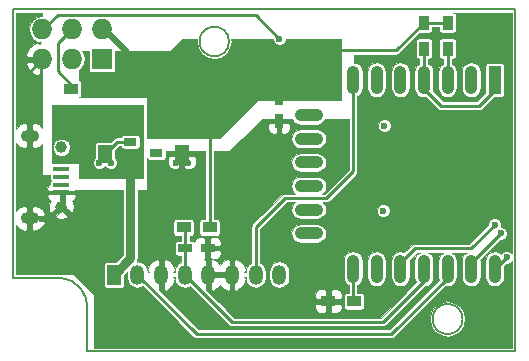
<source format=gtl>
G04 #@! TF.FileFunction,Copper,L1,Top,Signal*
%FSLAX46Y46*%
G04 Gerber Fmt 4.6, Leading zero omitted, Abs format (unit mm)*
G04 Created by KiCad (PCBNEW (2016-01-28 BZR 6518)-product) date Saturday, May 07, 2016 'PMt' 06:41:03 PM*
%MOMM*%
G01*
G04 APERTURE LIST*
%ADD10C,0.100000*%
%ADD11C,0.500000*%
%ADD12C,0.150000*%
%ADD13R,1.250000X1.500000*%
%ADD14R,0.750000X1.200000*%
%ADD15R,1.200000X0.750000*%
%ADD16O,2.400000X1.100000*%
%ADD17R,1.100000X2.400000*%
%ADD18O,1.100000X2.400000*%
%ADD19R,1.060000X0.650000*%
%ADD20R,1.350000X0.400000*%
%ADD21C,1.000000*%
%ADD22O,1.550000X1.000000*%
%ADD23R,1.727200X1.727200*%
%ADD24O,1.727200X1.727200*%
%ADD25R,1.200000X0.900000*%
%ADD26R,0.900000X1.200000*%
%ADD27R,1.198880X1.699260*%
%ADD28O,1.198880X1.699260*%
%ADD29C,0.600000*%
%ADD30C,0.250000*%
%ADD31C,0.750000*%
G04 APERTURE END LIST*
D10*
D11*
X100975000Y-67750000D02*
X101800000Y-67750000D01*
D12*
X101775000Y-60575000D02*
X101775000Y-60550000D01*
D11*
X100950000Y-60750000D02*
X101775000Y-60750000D01*
D12*
X101875000Y-60775000D02*
X101875000Y-60700000D01*
X100800000Y-60900000D02*
X100800000Y-60700000D01*
X101900000Y-60600000D02*
X101900000Y-60900000D01*
X142500000Y-79000000D02*
X106250000Y-79000000D01*
X100000000Y-50000000D02*
X142250000Y-50000000D01*
X142500000Y-50000000D02*
X100000000Y-50000000D01*
X142500000Y-50500000D02*
X142500000Y-50000000D01*
X138024755Y-76250000D02*
G75*
G03X138024755Y-76250000I-1274755J0D01*
G01*
X118250000Y-52750000D02*
G75*
G03X118250000Y-52750000I-1250000J0D01*
G01*
X100000000Y-72750000D02*
X100250000Y-72750000D01*
X100000000Y-50000000D02*
X100000000Y-72750000D01*
X106250000Y-75500000D02*
X106250000Y-79000000D01*
X100000000Y-72750000D02*
X102750000Y-72750000D01*
X104000000Y-72750000D02*
X100000000Y-72750000D01*
X106250000Y-75500000D02*
G75*
G03X104000000Y-72750000I-2500000J250000D01*
G01*
X100000000Y-50500000D02*
X100000000Y-50000000D01*
X142500000Y-79000000D02*
X142500000Y-50500000D01*
D13*
X107750000Y-62250000D03*
X107750000Y-59750000D03*
X114250000Y-62250000D03*
X114250000Y-59750000D03*
D14*
X122500000Y-59450000D03*
X122500000Y-57550000D03*
D15*
X116450000Y-70250000D03*
X114550000Y-70250000D03*
D16*
X125000000Y-58990000D03*
X125000000Y-60990000D03*
X125000000Y-62990000D03*
X125000000Y-64990000D03*
X125000000Y-66990000D03*
X125000000Y-68990000D03*
D17*
X140750000Y-56000000D03*
D18*
X138750000Y-56000000D03*
X136750000Y-56000000D03*
X134750000Y-56000000D03*
X132750000Y-56000000D03*
X130750000Y-56000000D03*
X128750000Y-56000000D03*
X126750000Y-56000000D03*
X126750000Y-72000000D03*
X128750000Y-72000000D03*
X130750000Y-72000000D03*
X132750000Y-72000000D03*
X134750000Y-72000000D03*
X136750000Y-72000000D03*
X138750000Y-72000000D03*
X140750000Y-72000000D03*
D19*
X109900000Y-60300000D03*
X109900000Y-61250000D03*
X109900000Y-62200000D03*
X112100000Y-62200000D03*
X112100000Y-60300000D03*
D20*
X104062540Y-62924100D03*
X104062540Y-63574100D03*
X104062540Y-64224100D03*
X104062540Y-64874100D03*
X104062540Y-65524100D03*
D21*
X104062540Y-61724100D03*
X104062540Y-66724100D03*
D22*
X101362540Y-60724100D03*
X101362540Y-67724100D03*
D23*
X107500000Y-54250000D03*
D24*
X107500000Y-51710000D03*
X104960000Y-54250000D03*
X104960000Y-51710000D03*
X102420000Y-54250000D03*
X102420000Y-51710000D03*
D25*
X107100000Y-56750000D03*
X104900000Y-56750000D03*
D26*
X134750000Y-51150000D03*
X134750000Y-53350000D03*
D25*
X128850000Y-74750000D03*
X126650000Y-74750000D03*
D26*
X136750000Y-51150000D03*
X136750000Y-53350000D03*
D25*
X116600000Y-68500000D03*
X114400000Y-68500000D03*
D27*
X108499760Y-72500000D03*
D28*
X110498740Y-72500000D03*
X112500260Y-72500000D03*
X114499240Y-72500000D03*
X116500760Y-72500000D03*
X118499740Y-72500000D03*
X120501260Y-72500000D03*
X122500240Y-72500000D03*
D29*
X131300000Y-67100000D03*
X131400000Y-59900000D03*
X109900000Y-61250000D03*
X122500000Y-59450000D03*
X107250000Y-63000000D03*
X108250000Y-63000000D03*
X107750000Y-62250000D03*
X114250000Y-62250000D03*
X113750000Y-63000000D03*
X114750000Y-63000000D03*
X127250000Y-70750000D03*
X126250000Y-70750000D03*
X134750000Y-53350000D03*
X122500000Y-52500000D03*
X140750000Y-68250000D03*
X105000000Y-56750000D03*
X141250000Y-69000000D03*
X141750000Y-71000000D03*
D30*
X104062540Y-65524100D02*
X104124100Y-65524100D01*
X104124100Y-65524100D02*
X104300000Y-65700000D01*
X104300000Y-65700000D02*
X104300000Y-66486640D01*
X104300000Y-66486640D02*
X104062540Y-66724100D01*
X102420000Y-54250000D02*
X101362540Y-55307460D01*
X101362540Y-55307460D02*
X101362540Y-60724100D01*
X101362540Y-67724100D02*
X103075900Y-67724100D01*
X103075900Y-67724100D02*
X104062540Y-66737460D01*
X104062540Y-66737460D02*
X104062540Y-66724100D01*
X101362540Y-60724100D02*
X101362540Y-55307460D01*
X104062540Y-65549100D02*
X104062540Y-66749100D01*
X107750000Y-62250000D02*
X107750000Y-62500000D01*
X108250000Y-63000000D02*
X107750000Y-62500000D01*
X107750000Y-62500000D02*
X107750000Y-62250000D01*
X107750000Y-62250000D02*
X107750000Y-62500000D01*
X107750000Y-62250000D02*
X107750000Y-62500000D01*
X107750000Y-62250000D02*
X107750000Y-62500000D01*
X107750000Y-62250000D02*
X107750000Y-62500000D01*
X114250000Y-62250000D02*
X114250000Y-62500000D01*
X114250000Y-62500000D02*
X113750000Y-63000000D01*
X114250000Y-62500000D02*
X114750000Y-63000000D01*
X126750000Y-72000000D02*
X126750000Y-71250000D01*
X126750000Y-71250000D02*
X127250000Y-70750000D01*
X126750000Y-71250000D02*
X126250000Y-70750000D01*
X107750000Y-62250000D02*
X107750000Y-62500000D01*
X109900000Y-61250000D02*
X108750000Y-61250000D01*
X108750000Y-61250000D02*
X107750000Y-62250000D01*
D31*
X109900000Y-62200000D02*
X109900000Y-71099760D01*
X109900000Y-71099760D02*
X108499760Y-72500000D01*
D30*
X104062540Y-62949100D02*
X104550900Y-62949100D01*
X104550900Y-62949100D02*
X107750000Y-59750000D01*
D31*
X109900000Y-60300000D02*
X108300000Y-60300000D01*
D30*
X108300000Y-60300000D02*
X107750000Y-59750000D01*
X107500000Y-51710000D02*
X107810000Y-51710000D01*
X107810000Y-51710000D02*
X109700000Y-53600000D01*
X107500000Y-51710000D02*
X107500000Y-51750000D01*
X107500000Y-51750000D02*
X109500000Y-53750000D01*
X116600000Y-68500000D02*
X116600000Y-60900000D01*
X116600000Y-60900000D02*
X117000000Y-60500000D01*
X136750000Y-51150000D02*
X134750000Y-51150000D01*
X134750000Y-51150000D02*
X132400000Y-53500000D01*
X132400000Y-53500000D02*
X126800000Y-53500000D01*
X126800000Y-53500000D02*
X126750000Y-53550000D01*
X126750000Y-53550000D02*
X126750000Y-56000000D01*
X139400000Y-58200000D02*
X138000000Y-58200000D01*
X140750000Y-56000000D02*
X140750000Y-56850000D01*
X140750000Y-56850000D02*
X139400000Y-58200000D01*
X138000000Y-58200000D02*
X136200000Y-58200000D01*
X136200000Y-58200000D02*
X134750000Y-56750000D01*
X134750000Y-56750000D02*
X134750000Y-56000000D01*
X134750000Y-56000000D02*
X134750000Y-53350000D01*
X103750000Y-50500000D02*
X102540000Y-51710000D01*
X120500000Y-50500000D02*
X103750000Y-50500000D01*
X122500000Y-52500000D02*
X120500000Y-50500000D01*
X102540000Y-51710000D02*
X102420000Y-51710000D01*
X136750000Y-56000000D02*
X136750000Y-53350000D01*
X120501260Y-72500000D02*
X120501260Y-68498740D01*
X128750000Y-63750000D02*
X128750000Y-56000000D01*
X126500000Y-66000000D02*
X128750000Y-63750000D01*
X123000000Y-66000000D02*
X126500000Y-66000000D01*
X120501260Y-68498740D02*
X123000000Y-66000000D01*
X128750000Y-72000000D02*
X128750000Y-74650000D01*
X128750000Y-74650000D02*
X128850000Y-74750000D01*
X104900000Y-56750000D02*
X104900000Y-56400000D01*
X104900000Y-56400000D02*
X103750000Y-55250000D01*
X103750000Y-52920000D02*
X104960000Y-51710000D01*
X103750000Y-55250000D02*
X103750000Y-52920000D01*
X138750000Y-70250000D02*
X140750000Y-68250000D01*
X134000000Y-70250000D02*
X138750000Y-70250000D01*
X132750000Y-71500000D02*
X134000000Y-70250000D01*
X105000000Y-56750000D02*
X104900000Y-56750000D01*
X132750000Y-72000000D02*
X132750000Y-71500000D01*
X114550000Y-70250000D02*
X114550000Y-68650000D01*
X114550000Y-68650000D02*
X114400000Y-68500000D01*
X114550000Y-70250000D02*
X114550000Y-72449240D01*
X114550000Y-72449240D02*
X114499240Y-72500000D01*
X134750000Y-72000000D02*
X134750000Y-73000000D01*
X134750000Y-73000000D02*
X131250000Y-76500000D01*
X131250000Y-76500000D02*
X118499240Y-76500000D01*
X118499240Y-76500000D02*
X114550000Y-72550760D01*
X114550000Y-72550760D02*
X114550000Y-68650000D01*
X114550000Y-68650000D02*
X114400000Y-68500000D01*
X136750000Y-72000000D02*
X136750000Y-72750000D01*
X136750000Y-72750000D02*
X132000000Y-77500000D01*
X132000000Y-77500000D02*
X115498740Y-77500000D01*
X115498740Y-77500000D02*
X110498740Y-72500000D01*
X138750000Y-71500000D02*
X141250000Y-69000000D01*
X138750000Y-72000000D02*
X138750000Y-71500000D01*
X140750000Y-72000000D02*
X141750000Y-71000000D01*
D10*
G36*
X115525000Y-52750000D02*
X115637278Y-53314458D01*
X115957017Y-53792983D01*
X116435542Y-54112722D01*
X117000000Y-54225000D01*
X117564458Y-54112722D01*
X118042983Y-53792983D01*
X118362722Y-53314458D01*
X118475000Y-52750000D01*
X118435217Y-52550000D01*
X121949956Y-52550000D01*
X121949905Y-52608922D01*
X122033461Y-52811143D01*
X122188043Y-52965995D01*
X122390118Y-53049904D01*
X122608922Y-53050095D01*
X122811143Y-52966539D01*
X122965995Y-52811957D01*
X123049904Y-52609882D01*
X123049956Y-52550000D01*
X127700000Y-52550000D01*
X127700000Y-57700000D01*
X120750000Y-57700000D01*
X120730866Y-57703806D01*
X120714645Y-57714645D01*
X117479290Y-60950000D01*
X111300000Y-60950000D01*
X111300000Y-57500000D01*
X111296194Y-57480866D01*
X111285355Y-57464645D01*
X111269134Y-57453806D01*
X111250000Y-57450000D01*
X105550000Y-57450000D01*
X105550000Y-57444951D01*
X105597545Y-57435494D01*
X105680239Y-57380239D01*
X105735494Y-57297545D01*
X105754897Y-57200000D01*
X105754897Y-56300000D01*
X105735494Y-56202455D01*
X105680239Y-56119761D01*
X105597545Y-56064506D01*
X105550000Y-56055049D01*
X105550000Y-55191172D01*
X105747434Y-55059251D01*
X105988832Y-54697973D01*
X106073600Y-54271817D01*
X106073600Y-54228183D01*
X105988832Y-53802027D01*
X105820433Y-53550000D01*
X106381503Y-53550000D01*
X106381503Y-55113600D01*
X106400906Y-55211145D01*
X106456161Y-55293839D01*
X106538855Y-55349094D01*
X106636400Y-55368497D01*
X108363600Y-55368497D01*
X108461145Y-55349094D01*
X108543839Y-55293839D01*
X108599094Y-55211145D01*
X108618497Y-55113600D01*
X108618497Y-53550000D01*
X113250000Y-53550000D01*
X113269134Y-53546194D01*
X113285355Y-53535355D01*
X114270710Y-52550000D01*
X115564783Y-52550000D01*
X115525000Y-52750000D01*
X115525000Y-52750000D01*
G37*
X115525000Y-52750000D02*
X115637278Y-53314458D01*
X115957017Y-53792983D01*
X116435542Y-54112722D01*
X117000000Y-54225000D01*
X117564458Y-54112722D01*
X118042983Y-53792983D01*
X118362722Y-53314458D01*
X118475000Y-52750000D01*
X118435217Y-52550000D01*
X121949956Y-52550000D01*
X121949905Y-52608922D01*
X122033461Y-52811143D01*
X122188043Y-52965995D01*
X122390118Y-53049904D01*
X122608922Y-53050095D01*
X122811143Y-52966539D01*
X122965995Y-52811957D01*
X123049904Y-52609882D01*
X123049956Y-52550000D01*
X127700000Y-52550000D01*
X127700000Y-57700000D01*
X120750000Y-57700000D01*
X120730866Y-57703806D01*
X120714645Y-57714645D01*
X117479290Y-60950000D01*
X111300000Y-60950000D01*
X111300000Y-57500000D01*
X111296194Y-57480866D01*
X111285355Y-57464645D01*
X111269134Y-57453806D01*
X111250000Y-57450000D01*
X105550000Y-57450000D01*
X105550000Y-57444951D01*
X105597545Y-57435494D01*
X105680239Y-57380239D01*
X105735494Y-57297545D01*
X105754897Y-57200000D01*
X105754897Y-56300000D01*
X105735494Y-56202455D01*
X105680239Y-56119761D01*
X105597545Y-56064506D01*
X105550000Y-56055049D01*
X105550000Y-55191172D01*
X105747434Y-55059251D01*
X105988832Y-54697973D01*
X106073600Y-54271817D01*
X106073600Y-54228183D01*
X105988832Y-53802027D01*
X105820433Y-53550000D01*
X106381503Y-53550000D01*
X106381503Y-55113600D01*
X106400906Y-55211145D01*
X106456161Y-55293839D01*
X106538855Y-55349094D01*
X106636400Y-55368497D01*
X108363600Y-55368497D01*
X108461145Y-55349094D01*
X108543839Y-55293839D01*
X108599094Y-55211145D01*
X108618497Y-55113600D01*
X108618497Y-53550000D01*
X113250000Y-53550000D01*
X113269134Y-53546194D01*
X113285355Y-53535355D01*
X114270710Y-52550000D01*
X115564783Y-52550000D01*
X115525000Y-52750000D01*
G36*
X142200000Y-70672289D02*
X142061957Y-70534005D01*
X141859882Y-70450096D01*
X141641078Y-70449905D01*
X141438857Y-70533461D01*
X141284005Y-70688043D01*
X141268826Y-70724598D01*
X141056147Y-70582489D01*
X140750000Y-70521593D01*
X140443853Y-70582489D01*
X140184315Y-70755908D01*
X140010896Y-71015446D01*
X139950000Y-71321593D01*
X139950000Y-72678407D01*
X140010896Y-72984554D01*
X140184315Y-73244092D01*
X140443853Y-73417511D01*
X140750000Y-73478407D01*
X141056147Y-73417511D01*
X141315685Y-73244092D01*
X141489104Y-72984554D01*
X141550000Y-72678407D01*
X141550000Y-71730330D01*
X141730347Y-71549983D01*
X141858922Y-71550095D01*
X142061143Y-71466539D01*
X142200000Y-71327924D01*
X142200000Y-78700000D01*
X106800000Y-78700000D01*
X106800000Y-74250000D01*
X106796194Y-74230866D01*
X106785355Y-74214645D01*
X105035355Y-72464645D01*
X105019134Y-72453806D01*
X105000000Y-72450000D01*
X100225000Y-72450000D01*
X100225000Y-68328692D01*
X100267819Y-68407422D01*
X100591713Y-68669101D01*
X100991092Y-68786912D01*
X101158540Y-68649415D01*
X101158540Y-68150000D01*
X101566540Y-68150000D01*
X101566540Y-68649415D01*
X101733988Y-68786912D01*
X102133367Y-68669101D01*
X102457261Y-68407422D01*
X102630992Y-68087990D01*
X102533099Y-67928100D01*
X102152830Y-67928100D01*
X102169552Y-67903073D01*
X102200000Y-67750000D01*
X102169552Y-67596927D01*
X102118218Y-67520100D01*
X102533099Y-67520100D01*
X102535224Y-67516629D01*
X103558511Y-67516629D01*
X103604961Y-67700969D01*
X104013624Y-67801717D01*
X104429734Y-67738407D01*
X104520119Y-67700969D01*
X104566569Y-67516629D01*
X104062540Y-67012600D01*
X103558511Y-67516629D01*
X102535224Y-67516629D01*
X102630992Y-67360210D01*
X102457261Y-67040778D01*
X102133367Y-66779099D01*
X101733988Y-66661288D01*
X101566540Y-66798785D01*
X101566540Y-67350000D01*
X101158540Y-67350000D01*
X101158540Y-66798785D01*
X100991092Y-66661288D01*
X100591713Y-66779099D01*
X100267819Y-67040778D01*
X100225000Y-67119508D01*
X100225000Y-65763600D01*
X102829540Y-65763600D01*
X102829540Y-65835093D01*
X102914491Y-66040182D01*
X103071458Y-66197150D01*
X103180965Y-66242509D01*
X103085671Y-66266521D01*
X102984923Y-66675184D01*
X103048233Y-67091294D01*
X103085671Y-67181679D01*
X103270011Y-67228129D01*
X103774040Y-66724100D01*
X103759898Y-66709958D01*
X104048398Y-66421458D01*
X104062540Y-66435600D01*
X104076682Y-66421458D01*
X104365182Y-66709958D01*
X104351040Y-66724100D01*
X104855069Y-67228129D01*
X105039409Y-67181679D01*
X105140157Y-66773016D01*
X105076847Y-66356906D01*
X105039409Y-66266521D01*
X104944115Y-66242509D01*
X105053622Y-66197150D01*
X105210589Y-66040182D01*
X105295540Y-65835093D01*
X105295540Y-65763600D01*
X105156040Y-65624100D01*
X104266540Y-65624100D01*
X104266540Y-65684716D01*
X104111456Y-65646483D01*
X103858540Y-65684963D01*
X103858540Y-65624100D01*
X102969040Y-65624100D01*
X102829540Y-65763600D01*
X100225000Y-65763600D01*
X100225000Y-61328692D01*
X100267819Y-61407422D01*
X100591713Y-61669101D01*
X100991092Y-61786912D01*
X101158540Y-61649415D01*
X101158540Y-61150000D01*
X101566540Y-61150000D01*
X101566540Y-61649415D01*
X101733988Y-61786912D01*
X102133367Y-61669101D01*
X102450000Y-61413288D01*
X102450000Y-64000000D01*
X102453806Y-64019134D01*
X102464645Y-64035355D01*
X102480866Y-64046194D01*
X102500000Y-64050000D01*
X103132643Y-64050000D01*
X103132643Y-64424100D01*
X103152046Y-64521645D01*
X103170391Y-64549100D01*
X103152046Y-64576555D01*
X103132643Y-64674100D01*
X103132643Y-64825707D01*
X103071458Y-64851050D01*
X102914491Y-65008018D01*
X102829540Y-65213107D01*
X102829540Y-65284600D01*
X102969040Y-65424100D01*
X103858540Y-65424100D01*
X103858540Y-65328997D01*
X104266540Y-65328997D01*
X104266540Y-65424100D01*
X105156040Y-65424100D01*
X105230140Y-65350000D01*
X109275000Y-65350000D01*
X109275000Y-70840877D01*
X108720403Y-71395473D01*
X107900320Y-71395473D01*
X107802775Y-71414876D01*
X107720081Y-71470131D01*
X107664826Y-71552825D01*
X107645423Y-71650370D01*
X107645423Y-73349630D01*
X107664826Y-73447175D01*
X107720081Y-73529869D01*
X107802775Y-73585124D01*
X107900320Y-73604527D01*
X109099200Y-73604527D01*
X109196745Y-73585124D01*
X109279439Y-73529869D01*
X109334694Y-73447175D01*
X109354097Y-73349630D01*
X109354097Y-72529547D01*
X109649300Y-72234343D01*
X109649300Y-72771733D01*
X109713960Y-73096800D01*
X109898095Y-73372378D01*
X110173673Y-73556513D01*
X110498740Y-73621173D01*
X110823807Y-73556513D01*
X110944367Y-73475957D01*
X115233575Y-77765165D01*
X115355234Y-77846455D01*
X115498740Y-77875000D01*
X132000000Y-77875000D01*
X132143507Y-77846455D01*
X132265165Y-77765165D01*
X133780330Y-76250000D01*
X135250245Y-76250000D01*
X135364407Y-76823931D01*
X135689513Y-77310487D01*
X136176069Y-77635593D01*
X136750000Y-77749755D01*
X137323931Y-77635593D01*
X137810487Y-77310487D01*
X138135593Y-76823931D01*
X138249755Y-76250000D01*
X138135593Y-75676069D01*
X137810487Y-75189513D01*
X137323931Y-74864407D01*
X136750000Y-74750245D01*
X136176069Y-74864407D01*
X135689513Y-75189513D01*
X135364407Y-75676069D01*
X135250245Y-76250000D01*
X133780330Y-76250000D01*
X136584786Y-73445544D01*
X136750000Y-73478407D01*
X137056147Y-73417511D01*
X137315685Y-73244092D01*
X137489104Y-72984554D01*
X137550000Y-72678407D01*
X137550000Y-71321593D01*
X137489104Y-71015446D01*
X137315685Y-70755908D01*
X137119769Y-70625000D01*
X138380231Y-70625000D01*
X138184315Y-70755908D01*
X138010896Y-71015446D01*
X137950000Y-71321593D01*
X137950000Y-72678407D01*
X138010896Y-72984554D01*
X138184315Y-73244092D01*
X138443853Y-73417511D01*
X138750000Y-73478407D01*
X139056147Y-73417511D01*
X139315685Y-73244092D01*
X139489104Y-72984554D01*
X139550000Y-72678407D01*
X139550000Y-71321593D01*
X139534859Y-71245471D01*
X141230347Y-69549983D01*
X141358922Y-69550095D01*
X141561143Y-69466539D01*
X141715995Y-69311957D01*
X141799904Y-69109882D01*
X141800095Y-68891078D01*
X141716539Y-68688857D01*
X141561957Y-68534005D01*
X141359882Y-68450096D01*
X141262479Y-68450011D01*
X141299904Y-68359882D01*
X141300095Y-68141078D01*
X141216539Y-67938857D01*
X141061957Y-67784005D01*
X140859882Y-67700096D01*
X140641078Y-67699905D01*
X140438857Y-67783461D01*
X140284005Y-67938043D01*
X140200096Y-68140118D01*
X140199983Y-68269687D01*
X138594670Y-69875000D01*
X134000000Y-69875000D01*
X133856493Y-69903545D01*
X133734835Y-69984835D01*
X133104723Y-70614947D01*
X133056147Y-70582489D01*
X132750000Y-70521593D01*
X132443853Y-70582489D01*
X132184315Y-70755908D01*
X132010896Y-71015446D01*
X131950000Y-71321593D01*
X131950000Y-72678407D01*
X132010896Y-72984554D01*
X132184315Y-73244092D01*
X132443853Y-73417511D01*
X132750000Y-73478407D01*
X133056147Y-73417511D01*
X133315685Y-73244092D01*
X133489104Y-72984554D01*
X133550000Y-72678407D01*
X133550000Y-71321593D01*
X133534859Y-71245471D01*
X134155330Y-70625000D01*
X134380231Y-70625000D01*
X134184315Y-70755908D01*
X134010896Y-71015446D01*
X133950000Y-71321593D01*
X133950000Y-72678407D01*
X134010896Y-72984554D01*
X134100706Y-73118964D01*
X131094670Y-76125000D01*
X118654570Y-76125000D01*
X117623070Y-75093500D01*
X125492000Y-75093500D01*
X125492000Y-75310993D01*
X125576951Y-75516082D01*
X125733918Y-75673050D01*
X125939007Y-75758000D01*
X126306500Y-75758000D01*
X126446000Y-75618500D01*
X126446000Y-74954000D01*
X126854000Y-74954000D01*
X126854000Y-75618500D01*
X126993500Y-75758000D01*
X127360993Y-75758000D01*
X127566082Y-75673050D01*
X127723049Y-75516082D01*
X127808000Y-75310993D01*
X127808000Y-75093500D01*
X127668500Y-74954000D01*
X126854000Y-74954000D01*
X126446000Y-74954000D01*
X125631500Y-74954000D01*
X125492000Y-75093500D01*
X117623070Y-75093500D01*
X116718577Y-74189007D01*
X125492000Y-74189007D01*
X125492000Y-74406500D01*
X125631500Y-74546000D01*
X126446000Y-74546000D01*
X126446000Y-73881500D01*
X126854000Y-73881500D01*
X126854000Y-74546000D01*
X127668500Y-74546000D01*
X127808000Y-74406500D01*
X127808000Y-74189007D01*
X127723049Y-73983918D01*
X127566082Y-73826950D01*
X127360993Y-73742000D01*
X126993500Y-73742000D01*
X126854000Y-73881500D01*
X126446000Y-73881500D01*
X126306500Y-73742000D01*
X125939007Y-73742000D01*
X125733918Y-73826950D01*
X125576951Y-73983918D01*
X125492000Y-74189007D01*
X116718577Y-74189007D01*
X116284017Y-73754447D01*
X116296760Y-73747479D01*
X116296760Y-72704000D01*
X116704760Y-72704000D01*
X116704760Y-73747479D01*
X116880477Y-73843571D01*
X117220841Y-73662713D01*
X117500250Y-73335250D01*
X117779659Y-73662713D01*
X118120023Y-73843571D01*
X118295740Y-73747479D01*
X118295740Y-72704000D01*
X116704760Y-72704000D01*
X116296760Y-72704000D01*
X116276760Y-72704000D01*
X116276760Y-72296000D01*
X116296760Y-72296000D01*
X116296760Y-71252521D01*
X116128819Y-71160681D01*
X116246000Y-71043500D01*
X116246000Y-70437500D01*
X116654000Y-70437500D01*
X116654000Y-71043500D01*
X116793500Y-71183000D01*
X116831888Y-71183000D01*
X116704760Y-71252521D01*
X116704760Y-72296000D01*
X118295740Y-72296000D01*
X118295740Y-71252521D01*
X118120023Y-71156429D01*
X117779659Y-71337287D01*
X117500250Y-71664750D01*
X117220841Y-71337287D01*
X116930482Y-71183000D01*
X117160993Y-71183000D01*
X117366082Y-71098050D01*
X117523049Y-70941082D01*
X117608000Y-70735993D01*
X117608000Y-70577000D01*
X117468500Y-70437500D01*
X116654000Y-70437500D01*
X116246000Y-70437500D01*
X116226000Y-70437500D01*
X116226000Y-70062500D01*
X116246000Y-70062500D01*
X116246000Y-69456500D01*
X116654000Y-69456500D01*
X116654000Y-70062500D01*
X117468500Y-70062500D01*
X117608000Y-69923000D01*
X117608000Y-69764007D01*
X117523049Y-69558918D01*
X117366082Y-69401950D01*
X117160993Y-69317000D01*
X116793500Y-69317000D01*
X116654000Y-69456500D01*
X116246000Y-69456500D01*
X116106500Y-69317000D01*
X115739007Y-69317000D01*
X115533918Y-69401950D01*
X115376951Y-69558918D01*
X115322754Y-69689760D01*
X115247545Y-69639506D01*
X115150000Y-69620103D01*
X114925000Y-69620103D01*
X114925000Y-69204897D01*
X115000000Y-69204897D01*
X115097545Y-69185494D01*
X115180239Y-69130239D01*
X115235494Y-69047545D01*
X115254897Y-68950000D01*
X115254897Y-68050000D01*
X115235494Y-67952455D01*
X115180239Y-67869761D01*
X115097545Y-67814506D01*
X115000000Y-67795103D01*
X113800000Y-67795103D01*
X113702455Y-67814506D01*
X113619761Y-67869761D01*
X113564506Y-67952455D01*
X113545103Y-68050000D01*
X113545103Y-68950000D01*
X113564506Y-69047545D01*
X113619761Y-69130239D01*
X113702455Y-69185494D01*
X113800000Y-69204897D01*
X114175000Y-69204897D01*
X114175000Y-69620103D01*
X113950000Y-69620103D01*
X113852455Y-69639506D01*
X113769761Y-69694761D01*
X113714506Y-69777455D01*
X113695103Y-69875000D01*
X113695103Y-70625000D01*
X113714506Y-70722545D01*
X113769761Y-70805239D01*
X113852455Y-70860494D01*
X113950000Y-70879897D01*
X114175000Y-70879897D01*
X114175000Y-71443322D01*
X114174173Y-71443487D01*
X113898595Y-71627622D01*
X113714460Y-71903200D01*
X113649800Y-72228267D01*
X113649800Y-72295998D01*
X113522260Y-72295998D01*
X113654685Y-72113733D01*
X113514735Y-71682312D01*
X113220341Y-71337287D01*
X112879977Y-71156429D01*
X112704260Y-71252521D01*
X112704260Y-72296000D01*
X112724260Y-72296000D01*
X112724260Y-72704000D01*
X112704260Y-72704000D01*
X112704260Y-73747479D01*
X112879977Y-73843571D01*
X113220341Y-73662713D01*
X113514735Y-73317688D01*
X113654685Y-72886267D01*
X113522260Y-72704002D01*
X113649800Y-72704002D01*
X113649800Y-72771733D01*
X113714460Y-73096800D01*
X113898595Y-73372378D01*
X114174173Y-73556513D01*
X114499240Y-73621173D01*
X114824307Y-73556513D01*
X114944867Y-73475957D01*
X118234075Y-76765165D01*
X118355734Y-76846455D01*
X118499240Y-76875000D01*
X131250000Y-76875000D01*
X131393507Y-76846455D01*
X131515165Y-76765165D01*
X134814816Y-73465514D01*
X135056147Y-73417511D01*
X135315685Y-73244092D01*
X135489104Y-72984554D01*
X135550000Y-72678407D01*
X135550000Y-71321593D01*
X135489104Y-71015446D01*
X135315685Y-70755908D01*
X135119769Y-70625000D01*
X136380231Y-70625000D01*
X136184315Y-70755908D01*
X136010896Y-71015446D01*
X135950000Y-71321593D01*
X135950000Y-72678407D01*
X136006619Y-72963051D01*
X131844670Y-77125000D01*
X115654070Y-77125000D01*
X112283517Y-73754447D01*
X112296260Y-73747479D01*
X112296260Y-72704000D01*
X112276260Y-72704000D01*
X112276260Y-72296000D01*
X112296260Y-72296000D01*
X112296260Y-71252521D01*
X112120543Y-71156429D01*
X111780179Y-71337287D01*
X111485785Y-71682312D01*
X111345835Y-72113733D01*
X111478260Y-72295998D01*
X111348180Y-72295998D01*
X111348180Y-72228267D01*
X111283520Y-71903200D01*
X111099385Y-71627622D01*
X110823807Y-71443487D01*
X110498740Y-71378827D01*
X110443419Y-71389831D01*
X110477425Y-71338938D01*
X110525000Y-71099760D01*
X110525000Y-65350000D01*
X111275000Y-65350000D01*
X111294134Y-65346194D01*
X111310355Y-65335355D01*
X111321194Y-65319134D01*
X111325000Y-65300000D01*
X111325000Y-62574755D01*
X111334506Y-62622545D01*
X111389761Y-62705239D01*
X111472455Y-62760494D01*
X111570000Y-62779897D01*
X112630000Y-62779897D01*
X112727545Y-62760494D01*
X112810239Y-62705239D01*
X112865494Y-62622545D01*
X112871271Y-62593500D01*
X113067000Y-62593500D01*
X113067000Y-63110993D01*
X113151950Y-63316082D01*
X113308918Y-63473049D01*
X113514007Y-63558000D01*
X113906500Y-63558000D01*
X114046000Y-63418500D01*
X114046000Y-62454000D01*
X114454000Y-62454000D01*
X114454000Y-63418500D01*
X114593500Y-63558000D01*
X114985993Y-63558000D01*
X115191082Y-63473049D01*
X115348050Y-63316082D01*
X115433000Y-63110993D01*
X115433000Y-62593500D01*
X115293500Y-62454000D01*
X114454000Y-62454000D01*
X114046000Y-62454000D01*
X113206500Y-62454000D01*
X113067000Y-62593500D01*
X112871271Y-62593500D01*
X112884897Y-62525000D01*
X112884897Y-62050000D01*
X116225000Y-62050000D01*
X116225000Y-67795103D01*
X116000000Y-67795103D01*
X115902455Y-67814506D01*
X115819761Y-67869761D01*
X115764506Y-67952455D01*
X115745103Y-68050000D01*
X115745103Y-68950000D01*
X115764506Y-69047545D01*
X115819761Y-69130239D01*
X115902455Y-69185494D01*
X116000000Y-69204897D01*
X117200000Y-69204897D01*
X117297545Y-69185494D01*
X117380239Y-69130239D01*
X117435494Y-69047545D01*
X117454897Y-68950000D01*
X117454897Y-68050000D01*
X117435494Y-67952455D01*
X117380239Y-67869761D01*
X117297545Y-67814506D01*
X117200000Y-67795103D01*
X116975000Y-67795103D01*
X116975000Y-62990000D01*
X123521593Y-62990000D01*
X123582489Y-63296147D01*
X123755908Y-63555685D01*
X124015446Y-63729104D01*
X124321593Y-63790000D01*
X125678407Y-63790000D01*
X125984554Y-63729104D01*
X126244092Y-63555685D01*
X126417511Y-63296147D01*
X126478407Y-62990000D01*
X126417511Y-62683853D01*
X126244092Y-62424315D01*
X125984554Y-62250896D01*
X125678407Y-62190000D01*
X124321593Y-62190000D01*
X124015446Y-62250896D01*
X123755908Y-62424315D01*
X123582489Y-62683853D01*
X123521593Y-62990000D01*
X116975000Y-62990000D01*
X116975000Y-62050000D01*
X118250000Y-62050000D01*
X118269134Y-62046194D01*
X118285355Y-62035355D01*
X119330710Y-60990000D01*
X123521593Y-60990000D01*
X123582489Y-61296147D01*
X123755908Y-61555685D01*
X124015446Y-61729104D01*
X124321593Y-61790000D01*
X125678407Y-61790000D01*
X125984554Y-61729104D01*
X126244092Y-61555685D01*
X126417511Y-61296147D01*
X126478407Y-60990000D01*
X126417511Y-60683853D01*
X126244092Y-60424315D01*
X125984554Y-60250896D01*
X125678407Y-60190000D01*
X124321593Y-60190000D01*
X124015446Y-60250896D01*
X123755908Y-60424315D01*
X123582489Y-60683853D01*
X123521593Y-60990000D01*
X119330710Y-60990000D01*
X120527210Y-59793500D01*
X121567000Y-59793500D01*
X121567000Y-60160993D01*
X121651950Y-60366082D01*
X121808918Y-60523049D01*
X122014007Y-60608000D01*
X122173000Y-60608000D01*
X122312500Y-60468500D01*
X122312500Y-59654000D01*
X122687500Y-59654000D01*
X122687500Y-60468500D01*
X122827000Y-60608000D01*
X122985993Y-60608000D01*
X123191082Y-60523049D01*
X123348050Y-60366082D01*
X123433000Y-60160993D01*
X123433000Y-59793500D01*
X123293500Y-59654000D01*
X122687500Y-59654000D01*
X122312500Y-59654000D01*
X121706500Y-59654000D01*
X121567000Y-59793500D01*
X120527210Y-59793500D01*
X121020710Y-59300000D01*
X123585064Y-59300000D01*
X123755908Y-59555685D01*
X124015446Y-59729104D01*
X124321593Y-59790000D01*
X125678407Y-59790000D01*
X125984554Y-59729104D01*
X126244092Y-59555685D01*
X126414936Y-59300000D01*
X128375000Y-59300000D01*
X128375000Y-63594670D01*
X126344670Y-65625000D01*
X126140356Y-65625000D01*
X126244092Y-65555685D01*
X126417511Y-65296147D01*
X126478407Y-64990000D01*
X126417511Y-64683853D01*
X126244092Y-64424315D01*
X125984554Y-64250896D01*
X125678407Y-64190000D01*
X124321593Y-64190000D01*
X124015446Y-64250896D01*
X123755908Y-64424315D01*
X123582489Y-64683853D01*
X123521593Y-64990000D01*
X123582489Y-65296147D01*
X123755908Y-65555685D01*
X123859644Y-65625000D01*
X123000000Y-65625000D01*
X122856493Y-65653545D01*
X122734835Y-65734835D01*
X120236095Y-68233575D01*
X120154805Y-68355233D01*
X120154071Y-68358922D01*
X120126260Y-68498740D01*
X120126260Y-71476851D01*
X119900615Y-71627622D01*
X119716480Y-71903200D01*
X119651820Y-72228267D01*
X119651820Y-72295998D01*
X119521740Y-72295998D01*
X119654165Y-72113733D01*
X119514215Y-71682312D01*
X119219821Y-71337287D01*
X118879457Y-71156429D01*
X118703740Y-71252521D01*
X118703740Y-72296000D01*
X118723740Y-72296000D01*
X118723740Y-72704000D01*
X118703740Y-72704000D01*
X118703740Y-73747479D01*
X118879457Y-73843571D01*
X119219821Y-73662713D01*
X119514215Y-73317688D01*
X119654165Y-72886267D01*
X119521740Y-72704002D01*
X119651820Y-72704002D01*
X119651820Y-72771733D01*
X119716480Y-73096800D01*
X119900615Y-73372378D01*
X120176193Y-73556513D01*
X120501260Y-73621173D01*
X120826327Y-73556513D01*
X121101905Y-73372378D01*
X121286040Y-73096800D01*
X121350700Y-72771733D01*
X121350700Y-72228267D01*
X121650800Y-72228267D01*
X121650800Y-72771733D01*
X121715460Y-73096800D01*
X121899595Y-73372378D01*
X122175173Y-73556513D01*
X122500240Y-73621173D01*
X122825307Y-73556513D01*
X123100885Y-73372378D01*
X123285020Y-73096800D01*
X123349680Y-72771733D01*
X123349680Y-72228267D01*
X123285020Y-71903200D01*
X123100885Y-71627622D01*
X122825307Y-71443487D01*
X122500240Y-71378827D01*
X122175173Y-71443487D01*
X121899595Y-71627622D01*
X121715460Y-71903200D01*
X121650800Y-72228267D01*
X121350700Y-72228267D01*
X121286040Y-71903200D01*
X121101905Y-71627622D01*
X120876260Y-71476851D01*
X120876260Y-71321593D01*
X127950000Y-71321593D01*
X127950000Y-72678407D01*
X128010896Y-72984554D01*
X128184315Y-73244092D01*
X128375000Y-73371505D01*
X128375000Y-74045103D01*
X128250000Y-74045103D01*
X128152455Y-74064506D01*
X128069761Y-74119761D01*
X128014506Y-74202455D01*
X127995103Y-74300000D01*
X127995103Y-75200000D01*
X128014506Y-75297545D01*
X128069761Y-75380239D01*
X128152455Y-75435494D01*
X128250000Y-75454897D01*
X129450000Y-75454897D01*
X129547545Y-75435494D01*
X129630239Y-75380239D01*
X129685494Y-75297545D01*
X129704897Y-75200000D01*
X129704897Y-74300000D01*
X129685494Y-74202455D01*
X129630239Y-74119761D01*
X129547545Y-74064506D01*
X129450000Y-74045103D01*
X129125000Y-74045103D01*
X129125000Y-73371505D01*
X129315685Y-73244092D01*
X129489104Y-72984554D01*
X129550000Y-72678407D01*
X129550000Y-71321593D01*
X129950000Y-71321593D01*
X129950000Y-72678407D01*
X130010896Y-72984554D01*
X130184315Y-73244092D01*
X130443853Y-73417511D01*
X130750000Y-73478407D01*
X131056147Y-73417511D01*
X131315685Y-73244092D01*
X131489104Y-72984554D01*
X131550000Y-72678407D01*
X131550000Y-71321593D01*
X131489104Y-71015446D01*
X131315685Y-70755908D01*
X131056147Y-70582489D01*
X130750000Y-70521593D01*
X130443853Y-70582489D01*
X130184315Y-70755908D01*
X130010896Y-71015446D01*
X129950000Y-71321593D01*
X129550000Y-71321593D01*
X129489104Y-71015446D01*
X129315685Y-70755908D01*
X129056147Y-70582489D01*
X128750000Y-70521593D01*
X128443853Y-70582489D01*
X128184315Y-70755908D01*
X128010896Y-71015446D01*
X127950000Y-71321593D01*
X120876260Y-71321593D01*
X120876260Y-68990000D01*
X123521593Y-68990000D01*
X123582489Y-69296147D01*
X123755908Y-69555685D01*
X124015446Y-69729104D01*
X124321593Y-69790000D01*
X125678407Y-69790000D01*
X125984554Y-69729104D01*
X126244092Y-69555685D01*
X126417511Y-69296147D01*
X126478407Y-68990000D01*
X126417511Y-68683853D01*
X126244092Y-68424315D01*
X125984554Y-68250896D01*
X125678407Y-68190000D01*
X124321593Y-68190000D01*
X124015446Y-68250896D01*
X123755908Y-68424315D01*
X123582489Y-68683853D01*
X123521593Y-68990000D01*
X120876260Y-68990000D01*
X120876260Y-68654070D01*
X123155330Y-66375000D01*
X123829713Y-66375000D01*
X123755908Y-66424315D01*
X123582489Y-66683853D01*
X123521593Y-66990000D01*
X123582489Y-67296147D01*
X123755908Y-67555685D01*
X124015446Y-67729104D01*
X124321593Y-67790000D01*
X125678407Y-67790000D01*
X125984554Y-67729104D01*
X126244092Y-67555685D01*
X126417511Y-67296147D01*
X126434861Y-67208922D01*
X130749905Y-67208922D01*
X130833461Y-67411143D01*
X130988043Y-67565995D01*
X131190118Y-67649904D01*
X131408922Y-67650095D01*
X131611143Y-67566539D01*
X131765995Y-67411957D01*
X131849904Y-67209882D01*
X131850095Y-66991078D01*
X131766539Y-66788857D01*
X131611957Y-66634005D01*
X131409882Y-66550096D01*
X131191078Y-66549905D01*
X130988857Y-66633461D01*
X130834005Y-66788043D01*
X130750096Y-66990118D01*
X130749905Y-67208922D01*
X126434861Y-67208922D01*
X126478407Y-66990000D01*
X126417511Y-66683853D01*
X126244092Y-66424315D01*
X126170287Y-66375000D01*
X126500000Y-66375000D01*
X126643507Y-66346455D01*
X126765165Y-66265165D01*
X129015165Y-64015165D01*
X129096455Y-63893506D01*
X129125000Y-63750000D01*
X129125000Y-60008922D01*
X130849905Y-60008922D01*
X130933461Y-60211143D01*
X131088043Y-60365995D01*
X131290118Y-60449904D01*
X131508922Y-60450095D01*
X131711143Y-60366539D01*
X131865995Y-60211957D01*
X131949904Y-60009882D01*
X131950095Y-59791078D01*
X131866539Y-59588857D01*
X131711957Y-59434005D01*
X131509882Y-59350096D01*
X131291078Y-59349905D01*
X131088857Y-59433461D01*
X130934005Y-59588043D01*
X130850096Y-59790118D01*
X130849905Y-60008922D01*
X129125000Y-60008922D01*
X129125000Y-57371505D01*
X129315685Y-57244092D01*
X129489104Y-56984554D01*
X129550000Y-56678407D01*
X129550000Y-55321593D01*
X129950000Y-55321593D01*
X129950000Y-56678407D01*
X130010896Y-56984554D01*
X130184315Y-57244092D01*
X130443853Y-57417511D01*
X130750000Y-57478407D01*
X131056147Y-57417511D01*
X131315685Y-57244092D01*
X131489104Y-56984554D01*
X131550000Y-56678407D01*
X131550000Y-55321593D01*
X131950000Y-55321593D01*
X131950000Y-56678407D01*
X132010896Y-56984554D01*
X132184315Y-57244092D01*
X132443853Y-57417511D01*
X132750000Y-57478407D01*
X133056147Y-57417511D01*
X133315685Y-57244092D01*
X133489104Y-56984554D01*
X133550000Y-56678407D01*
X133550000Y-55321593D01*
X133950000Y-55321593D01*
X133950000Y-56678407D01*
X134010896Y-56984554D01*
X134184315Y-57244092D01*
X134443853Y-57417511D01*
X134750000Y-57478407D01*
X134915214Y-57445544D01*
X135934835Y-58465165D01*
X136056494Y-58546455D01*
X136200000Y-58575000D01*
X139400000Y-58575000D01*
X139543507Y-58546455D01*
X139665165Y-58465165D01*
X140675433Y-57454897D01*
X141300000Y-57454897D01*
X141397545Y-57435494D01*
X141480239Y-57380239D01*
X141535494Y-57297545D01*
X141554897Y-57200000D01*
X141554897Y-54800000D01*
X141535494Y-54702455D01*
X141480239Y-54619761D01*
X141397545Y-54564506D01*
X141300000Y-54545103D01*
X140200000Y-54545103D01*
X140102455Y-54564506D01*
X140019761Y-54619761D01*
X139964506Y-54702455D01*
X139945103Y-54800000D01*
X139945103Y-57124567D01*
X139244670Y-57825000D01*
X136355330Y-57825000D01*
X135493381Y-56963051D01*
X135550000Y-56678407D01*
X135550000Y-55321593D01*
X135950000Y-55321593D01*
X135950000Y-56678407D01*
X136010896Y-56984554D01*
X136184315Y-57244092D01*
X136443853Y-57417511D01*
X136750000Y-57478407D01*
X137056147Y-57417511D01*
X137315685Y-57244092D01*
X137489104Y-56984554D01*
X137550000Y-56678407D01*
X137550000Y-55321593D01*
X137950000Y-55321593D01*
X137950000Y-56678407D01*
X138010896Y-56984554D01*
X138184315Y-57244092D01*
X138443853Y-57417511D01*
X138750000Y-57478407D01*
X139056147Y-57417511D01*
X139315685Y-57244092D01*
X139489104Y-56984554D01*
X139550000Y-56678407D01*
X139550000Y-55321593D01*
X139489104Y-55015446D01*
X139315685Y-54755908D01*
X139056147Y-54582489D01*
X138750000Y-54521593D01*
X138443853Y-54582489D01*
X138184315Y-54755908D01*
X138010896Y-55015446D01*
X137950000Y-55321593D01*
X137550000Y-55321593D01*
X137489104Y-55015446D01*
X137315685Y-54755908D01*
X137125000Y-54628495D01*
X137125000Y-54204897D01*
X137200000Y-54204897D01*
X137297545Y-54185494D01*
X137380239Y-54130239D01*
X137435494Y-54047545D01*
X137454897Y-53950000D01*
X137454897Y-52750000D01*
X137435494Y-52652455D01*
X137380239Y-52569761D01*
X137297545Y-52514506D01*
X137200000Y-52495103D01*
X136300000Y-52495103D01*
X136202455Y-52514506D01*
X136119761Y-52569761D01*
X136064506Y-52652455D01*
X136045103Y-52750000D01*
X136045103Y-53950000D01*
X136064506Y-54047545D01*
X136119761Y-54130239D01*
X136202455Y-54185494D01*
X136300000Y-54204897D01*
X136375000Y-54204897D01*
X136375000Y-54628495D01*
X136184315Y-54755908D01*
X136010896Y-55015446D01*
X135950000Y-55321593D01*
X135550000Y-55321593D01*
X135489104Y-55015446D01*
X135315685Y-54755908D01*
X135125000Y-54628495D01*
X135125000Y-54204897D01*
X135200000Y-54204897D01*
X135297545Y-54185494D01*
X135380239Y-54130239D01*
X135435494Y-54047545D01*
X135454897Y-53950000D01*
X135454897Y-52750000D01*
X135435494Y-52652455D01*
X135380239Y-52569761D01*
X135297545Y-52514506D01*
X135200000Y-52495103D01*
X134300000Y-52495103D01*
X134202455Y-52514506D01*
X134119761Y-52569761D01*
X134064506Y-52652455D01*
X134045103Y-52750000D01*
X134045103Y-53950000D01*
X134064506Y-54047545D01*
X134119761Y-54130239D01*
X134202455Y-54185494D01*
X134300000Y-54204897D01*
X134375000Y-54204897D01*
X134375000Y-54628495D01*
X134184315Y-54755908D01*
X134010896Y-55015446D01*
X133950000Y-55321593D01*
X133550000Y-55321593D01*
X133489104Y-55015446D01*
X133315685Y-54755908D01*
X133056147Y-54582489D01*
X132750000Y-54521593D01*
X132443853Y-54582489D01*
X132184315Y-54755908D01*
X132010896Y-55015446D01*
X131950000Y-55321593D01*
X131550000Y-55321593D01*
X131489104Y-55015446D01*
X131315685Y-54755908D01*
X131056147Y-54582489D01*
X130750000Y-54521593D01*
X130443853Y-54582489D01*
X130184315Y-54755908D01*
X130010896Y-55015446D01*
X129950000Y-55321593D01*
X129550000Y-55321593D01*
X129489104Y-55015446D01*
X129315685Y-54755908D01*
X129056147Y-54582489D01*
X128800000Y-54531539D01*
X128800000Y-53875000D01*
X132400000Y-53875000D01*
X132543507Y-53846455D01*
X132665165Y-53765165D01*
X134425433Y-52004897D01*
X135200000Y-52004897D01*
X135297545Y-51985494D01*
X135380239Y-51930239D01*
X135435494Y-51847545D01*
X135454897Y-51750000D01*
X135454897Y-51525000D01*
X136045103Y-51525000D01*
X136045103Y-51750000D01*
X136064506Y-51847545D01*
X136119761Y-51930239D01*
X136202455Y-51985494D01*
X136300000Y-52004897D01*
X137200000Y-52004897D01*
X137297545Y-51985494D01*
X137380239Y-51930239D01*
X137435494Y-51847545D01*
X137454897Y-51750000D01*
X137454897Y-50550000D01*
X137435494Y-50452455D01*
X137380239Y-50369761D01*
X137297545Y-50314506D01*
X137224619Y-50300000D01*
X142200000Y-50300000D01*
X142200000Y-70672289D01*
X142200000Y-70672289D01*
G37*
X142200000Y-70672289D02*
X142061957Y-70534005D01*
X141859882Y-70450096D01*
X141641078Y-70449905D01*
X141438857Y-70533461D01*
X141284005Y-70688043D01*
X141268826Y-70724598D01*
X141056147Y-70582489D01*
X140750000Y-70521593D01*
X140443853Y-70582489D01*
X140184315Y-70755908D01*
X140010896Y-71015446D01*
X139950000Y-71321593D01*
X139950000Y-72678407D01*
X140010896Y-72984554D01*
X140184315Y-73244092D01*
X140443853Y-73417511D01*
X140750000Y-73478407D01*
X141056147Y-73417511D01*
X141315685Y-73244092D01*
X141489104Y-72984554D01*
X141550000Y-72678407D01*
X141550000Y-71730330D01*
X141730347Y-71549983D01*
X141858922Y-71550095D01*
X142061143Y-71466539D01*
X142200000Y-71327924D01*
X142200000Y-78700000D01*
X106800000Y-78700000D01*
X106800000Y-74250000D01*
X106796194Y-74230866D01*
X106785355Y-74214645D01*
X105035355Y-72464645D01*
X105019134Y-72453806D01*
X105000000Y-72450000D01*
X100225000Y-72450000D01*
X100225000Y-68328692D01*
X100267819Y-68407422D01*
X100591713Y-68669101D01*
X100991092Y-68786912D01*
X101158540Y-68649415D01*
X101158540Y-68150000D01*
X101566540Y-68150000D01*
X101566540Y-68649415D01*
X101733988Y-68786912D01*
X102133367Y-68669101D01*
X102457261Y-68407422D01*
X102630992Y-68087990D01*
X102533099Y-67928100D01*
X102152830Y-67928100D01*
X102169552Y-67903073D01*
X102200000Y-67750000D01*
X102169552Y-67596927D01*
X102118218Y-67520100D01*
X102533099Y-67520100D01*
X102535224Y-67516629D01*
X103558511Y-67516629D01*
X103604961Y-67700969D01*
X104013624Y-67801717D01*
X104429734Y-67738407D01*
X104520119Y-67700969D01*
X104566569Y-67516629D01*
X104062540Y-67012600D01*
X103558511Y-67516629D01*
X102535224Y-67516629D01*
X102630992Y-67360210D01*
X102457261Y-67040778D01*
X102133367Y-66779099D01*
X101733988Y-66661288D01*
X101566540Y-66798785D01*
X101566540Y-67350000D01*
X101158540Y-67350000D01*
X101158540Y-66798785D01*
X100991092Y-66661288D01*
X100591713Y-66779099D01*
X100267819Y-67040778D01*
X100225000Y-67119508D01*
X100225000Y-65763600D01*
X102829540Y-65763600D01*
X102829540Y-65835093D01*
X102914491Y-66040182D01*
X103071458Y-66197150D01*
X103180965Y-66242509D01*
X103085671Y-66266521D01*
X102984923Y-66675184D01*
X103048233Y-67091294D01*
X103085671Y-67181679D01*
X103270011Y-67228129D01*
X103774040Y-66724100D01*
X103759898Y-66709958D01*
X104048398Y-66421458D01*
X104062540Y-66435600D01*
X104076682Y-66421458D01*
X104365182Y-66709958D01*
X104351040Y-66724100D01*
X104855069Y-67228129D01*
X105039409Y-67181679D01*
X105140157Y-66773016D01*
X105076847Y-66356906D01*
X105039409Y-66266521D01*
X104944115Y-66242509D01*
X105053622Y-66197150D01*
X105210589Y-66040182D01*
X105295540Y-65835093D01*
X105295540Y-65763600D01*
X105156040Y-65624100D01*
X104266540Y-65624100D01*
X104266540Y-65684716D01*
X104111456Y-65646483D01*
X103858540Y-65684963D01*
X103858540Y-65624100D01*
X102969040Y-65624100D01*
X102829540Y-65763600D01*
X100225000Y-65763600D01*
X100225000Y-61328692D01*
X100267819Y-61407422D01*
X100591713Y-61669101D01*
X100991092Y-61786912D01*
X101158540Y-61649415D01*
X101158540Y-61150000D01*
X101566540Y-61150000D01*
X101566540Y-61649415D01*
X101733988Y-61786912D01*
X102133367Y-61669101D01*
X102450000Y-61413288D01*
X102450000Y-64000000D01*
X102453806Y-64019134D01*
X102464645Y-64035355D01*
X102480866Y-64046194D01*
X102500000Y-64050000D01*
X103132643Y-64050000D01*
X103132643Y-64424100D01*
X103152046Y-64521645D01*
X103170391Y-64549100D01*
X103152046Y-64576555D01*
X103132643Y-64674100D01*
X103132643Y-64825707D01*
X103071458Y-64851050D01*
X102914491Y-65008018D01*
X102829540Y-65213107D01*
X102829540Y-65284600D01*
X102969040Y-65424100D01*
X103858540Y-65424100D01*
X103858540Y-65328997D01*
X104266540Y-65328997D01*
X104266540Y-65424100D01*
X105156040Y-65424100D01*
X105230140Y-65350000D01*
X109275000Y-65350000D01*
X109275000Y-70840877D01*
X108720403Y-71395473D01*
X107900320Y-71395473D01*
X107802775Y-71414876D01*
X107720081Y-71470131D01*
X107664826Y-71552825D01*
X107645423Y-71650370D01*
X107645423Y-73349630D01*
X107664826Y-73447175D01*
X107720081Y-73529869D01*
X107802775Y-73585124D01*
X107900320Y-73604527D01*
X109099200Y-73604527D01*
X109196745Y-73585124D01*
X109279439Y-73529869D01*
X109334694Y-73447175D01*
X109354097Y-73349630D01*
X109354097Y-72529547D01*
X109649300Y-72234343D01*
X109649300Y-72771733D01*
X109713960Y-73096800D01*
X109898095Y-73372378D01*
X110173673Y-73556513D01*
X110498740Y-73621173D01*
X110823807Y-73556513D01*
X110944367Y-73475957D01*
X115233575Y-77765165D01*
X115355234Y-77846455D01*
X115498740Y-77875000D01*
X132000000Y-77875000D01*
X132143507Y-77846455D01*
X132265165Y-77765165D01*
X133780330Y-76250000D01*
X135250245Y-76250000D01*
X135364407Y-76823931D01*
X135689513Y-77310487D01*
X136176069Y-77635593D01*
X136750000Y-77749755D01*
X137323931Y-77635593D01*
X137810487Y-77310487D01*
X138135593Y-76823931D01*
X138249755Y-76250000D01*
X138135593Y-75676069D01*
X137810487Y-75189513D01*
X137323931Y-74864407D01*
X136750000Y-74750245D01*
X136176069Y-74864407D01*
X135689513Y-75189513D01*
X135364407Y-75676069D01*
X135250245Y-76250000D01*
X133780330Y-76250000D01*
X136584786Y-73445544D01*
X136750000Y-73478407D01*
X137056147Y-73417511D01*
X137315685Y-73244092D01*
X137489104Y-72984554D01*
X137550000Y-72678407D01*
X137550000Y-71321593D01*
X137489104Y-71015446D01*
X137315685Y-70755908D01*
X137119769Y-70625000D01*
X138380231Y-70625000D01*
X138184315Y-70755908D01*
X138010896Y-71015446D01*
X137950000Y-71321593D01*
X137950000Y-72678407D01*
X138010896Y-72984554D01*
X138184315Y-73244092D01*
X138443853Y-73417511D01*
X138750000Y-73478407D01*
X139056147Y-73417511D01*
X139315685Y-73244092D01*
X139489104Y-72984554D01*
X139550000Y-72678407D01*
X139550000Y-71321593D01*
X139534859Y-71245471D01*
X141230347Y-69549983D01*
X141358922Y-69550095D01*
X141561143Y-69466539D01*
X141715995Y-69311957D01*
X141799904Y-69109882D01*
X141800095Y-68891078D01*
X141716539Y-68688857D01*
X141561957Y-68534005D01*
X141359882Y-68450096D01*
X141262479Y-68450011D01*
X141299904Y-68359882D01*
X141300095Y-68141078D01*
X141216539Y-67938857D01*
X141061957Y-67784005D01*
X140859882Y-67700096D01*
X140641078Y-67699905D01*
X140438857Y-67783461D01*
X140284005Y-67938043D01*
X140200096Y-68140118D01*
X140199983Y-68269687D01*
X138594670Y-69875000D01*
X134000000Y-69875000D01*
X133856493Y-69903545D01*
X133734835Y-69984835D01*
X133104723Y-70614947D01*
X133056147Y-70582489D01*
X132750000Y-70521593D01*
X132443853Y-70582489D01*
X132184315Y-70755908D01*
X132010896Y-71015446D01*
X131950000Y-71321593D01*
X131950000Y-72678407D01*
X132010896Y-72984554D01*
X132184315Y-73244092D01*
X132443853Y-73417511D01*
X132750000Y-73478407D01*
X133056147Y-73417511D01*
X133315685Y-73244092D01*
X133489104Y-72984554D01*
X133550000Y-72678407D01*
X133550000Y-71321593D01*
X133534859Y-71245471D01*
X134155330Y-70625000D01*
X134380231Y-70625000D01*
X134184315Y-70755908D01*
X134010896Y-71015446D01*
X133950000Y-71321593D01*
X133950000Y-72678407D01*
X134010896Y-72984554D01*
X134100706Y-73118964D01*
X131094670Y-76125000D01*
X118654570Y-76125000D01*
X117623070Y-75093500D01*
X125492000Y-75093500D01*
X125492000Y-75310993D01*
X125576951Y-75516082D01*
X125733918Y-75673050D01*
X125939007Y-75758000D01*
X126306500Y-75758000D01*
X126446000Y-75618500D01*
X126446000Y-74954000D01*
X126854000Y-74954000D01*
X126854000Y-75618500D01*
X126993500Y-75758000D01*
X127360993Y-75758000D01*
X127566082Y-75673050D01*
X127723049Y-75516082D01*
X127808000Y-75310993D01*
X127808000Y-75093500D01*
X127668500Y-74954000D01*
X126854000Y-74954000D01*
X126446000Y-74954000D01*
X125631500Y-74954000D01*
X125492000Y-75093500D01*
X117623070Y-75093500D01*
X116718577Y-74189007D01*
X125492000Y-74189007D01*
X125492000Y-74406500D01*
X125631500Y-74546000D01*
X126446000Y-74546000D01*
X126446000Y-73881500D01*
X126854000Y-73881500D01*
X126854000Y-74546000D01*
X127668500Y-74546000D01*
X127808000Y-74406500D01*
X127808000Y-74189007D01*
X127723049Y-73983918D01*
X127566082Y-73826950D01*
X127360993Y-73742000D01*
X126993500Y-73742000D01*
X126854000Y-73881500D01*
X126446000Y-73881500D01*
X126306500Y-73742000D01*
X125939007Y-73742000D01*
X125733918Y-73826950D01*
X125576951Y-73983918D01*
X125492000Y-74189007D01*
X116718577Y-74189007D01*
X116284017Y-73754447D01*
X116296760Y-73747479D01*
X116296760Y-72704000D01*
X116704760Y-72704000D01*
X116704760Y-73747479D01*
X116880477Y-73843571D01*
X117220841Y-73662713D01*
X117500250Y-73335250D01*
X117779659Y-73662713D01*
X118120023Y-73843571D01*
X118295740Y-73747479D01*
X118295740Y-72704000D01*
X116704760Y-72704000D01*
X116296760Y-72704000D01*
X116276760Y-72704000D01*
X116276760Y-72296000D01*
X116296760Y-72296000D01*
X116296760Y-71252521D01*
X116128819Y-71160681D01*
X116246000Y-71043500D01*
X116246000Y-70437500D01*
X116654000Y-70437500D01*
X116654000Y-71043500D01*
X116793500Y-71183000D01*
X116831888Y-71183000D01*
X116704760Y-71252521D01*
X116704760Y-72296000D01*
X118295740Y-72296000D01*
X118295740Y-71252521D01*
X118120023Y-71156429D01*
X117779659Y-71337287D01*
X117500250Y-71664750D01*
X117220841Y-71337287D01*
X116930482Y-71183000D01*
X117160993Y-71183000D01*
X117366082Y-71098050D01*
X117523049Y-70941082D01*
X117608000Y-70735993D01*
X117608000Y-70577000D01*
X117468500Y-70437500D01*
X116654000Y-70437500D01*
X116246000Y-70437500D01*
X116226000Y-70437500D01*
X116226000Y-70062500D01*
X116246000Y-70062500D01*
X116246000Y-69456500D01*
X116654000Y-69456500D01*
X116654000Y-70062500D01*
X117468500Y-70062500D01*
X117608000Y-69923000D01*
X117608000Y-69764007D01*
X117523049Y-69558918D01*
X117366082Y-69401950D01*
X117160993Y-69317000D01*
X116793500Y-69317000D01*
X116654000Y-69456500D01*
X116246000Y-69456500D01*
X116106500Y-69317000D01*
X115739007Y-69317000D01*
X115533918Y-69401950D01*
X115376951Y-69558918D01*
X115322754Y-69689760D01*
X115247545Y-69639506D01*
X115150000Y-69620103D01*
X114925000Y-69620103D01*
X114925000Y-69204897D01*
X115000000Y-69204897D01*
X115097545Y-69185494D01*
X115180239Y-69130239D01*
X115235494Y-69047545D01*
X115254897Y-68950000D01*
X115254897Y-68050000D01*
X115235494Y-67952455D01*
X115180239Y-67869761D01*
X115097545Y-67814506D01*
X115000000Y-67795103D01*
X113800000Y-67795103D01*
X113702455Y-67814506D01*
X113619761Y-67869761D01*
X113564506Y-67952455D01*
X113545103Y-68050000D01*
X113545103Y-68950000D01*
X113564506Y-69047545D01*
X113619761Y-69130239D01*
X113702455Y-69185494D01*
X113800000Y-69204897D01*
X114175000Y-69204897D01*
X114175000Y-69620103D01*
X113950000Y-69620103D01*
X113852455Y-69639506D01*
X113769761Y-69694761D01*
X113714506Y-69777455D01*
X113695103Y-69875000D01*
X113695103Y-70625000D01*
X113714506Y-70722545D01*
X113769761Y-70805239D01*
X113852455Y-70860494D01*
X113950000Y-70879897D01*
X114175000Y-70879897D01*
X114175000Y-71443322D01*
X114174173Y-71443487D01*
X113898595Y-71627622D01*
X113714460Y-71903200D01*
X113649800Y-72228267D01*
X113649800Y-72295998D01*
X113522260Y-72295998D01*
X113654685Y-72113733D01*
X113514735Y-71682312D01*
X113220341Y-71337287D01*
X112879977Y-71156429D01*
X112704260Y-71252521D01*
X112704260Y-72296000D01*
X112724260Y-72296000D01*
X112724260Y-72704000D01*
X112704260Y-72704000D01*
X112704260Y-73747479D01*
X112879977Y-73843571D01*
X113220341Y-73662713D01*
X113514735Y-73317688D01*
X113654685Y-72886267D01*
X113522260Y-72704002D01*
X113649800Y-72704002D01*
X113649800Y-72771733D01*
X113714460Y-73096800D01*
X113898595Y-73372378D01*
X114174173Y-73556513D01*
X114499240Y-73621173D01*
X114824307Y-73556513D01*
X114944867Y-73475957D01*
X118234075Y-76765165D01*
X118355734Y-76846455D01*
X118499240Y-76875000D01*
X131250000Y-76875000D01*
X131393507Y-76846455D01*
X131515165Y-76765165D01*
X134814816Y-73465514D01*
X135056147Y-73417511D01*
X135315685Y-73244092D01*
X135489104Y-72984554D01*
X135550000Y-72678407D01*
X135550000Y-71321593D01*
X135489104Y-71015446D01*
X135315685Y-70755908D01*
X135119769Y-70625000D01*
X136380231Y-70625000D01*
X136184315Y-70755908D01*
X136010896Y-71015446D01*
X135950000Y-71321593D01*
X135950000Y-72678407D01*
X136006619Y-72963051D01*
X131844670Y-77125000D01*
X115654070Y-77125000D01*
X112283517Y-73754447D01*
X112296260Y-73747479D01*
X112296260Y-72704000D01*
X112276260Y-72704000D01*
X112276260Y-72296000D01*
X112296260Y-72296000D01*
X112296260Y-71252521D01*
X112120543Y-71156429D01*
X111780179Y-71337287D01*
X111485785Y-71682312D01*
X111345835Y-72113733D01*
X111478260Y-72295998D01*
X111348180Y-72295998D01*
X111348180Y-72228267D01*
X111283520Y-71903200D01*
X111099385Y-71627622D01*
X110823807Y-71443487D01*
X110498740Y-71378827D01*
X110443419Y-71389831D01*
X110477425Y-71338938D01*
X110525000Y-71099760D01*
X110525000Y-65350000D01*
X111275000Y-65350000D01*
X111294134Y-65346194D01*
X111310355Y-65335355D01*
X111321194Y-65319134D01*
X111325000Y-65300000D01*
X111325000Y-62574755D01*
X111334506Y-62622545D01*
X111389761Y-62705239D01*
X111472455Y-62760494D01*
X111570000Y-62779897D01*
X112630000Y-62779897D01*
X112727545Y-62760494D01*
X112810239Y-62705239D01*
X112865494Y-62622545D01*
X112871271Y-62593500D01*
X113067000Y-62593500D01*
X113067000Y-63110993D01*
X113151950Y-63316082D01*
X113308918Y-63473049D01*
X113514007Y-63558000D01*
X113906500Y-63558000D01*
X114046000Y-63418500D01*
X114046000Y-62454000D01*
X114454000Y-62454000D01*
X114454000Y-63418500D01*
X114593500Y-63558000D01*
X114985993Y-63558000D01*
X115191082Y-63473049D01*
X115348050Y-63316082D01*
X115433000Y-63110993D01*
X115433000Y-62593500D01*
X115293500Y-62454000D01*
X114454000Y-62454000D01*
X114046000Y-62454000D01*
X113206500Y-62454000D01*
X113067000Y-62593500D01*
X112871271Y-62593500D01*
X112884897Y-62525000D01*
X112884897Y-62050000D01*
X116225000Y-62050000D01*
X116225000Y-67795103D01*
X116000000Y-67795103D01*
X115902455Y-67814506D01*
X115819761Y-67869761D01*
X115764506Y-67952455D01*
X115745103Y-68050000D01*
X115745103Y-68950000D01*
X115764506Y-69047545D01*
X115819761Y-69130239D01*
X115902455Y-69185494D01*
X116000000Y-69204897D01*
X117200000Y-69204897D01*
X117297545Y-69185494D01*
X117380239Y-69130239D01*
X117435494Y-69047545D01*
X117454897Y-68950000D01*
X117454897Y-68050000D01*
X117435494Y-67952455D01*
X117380239Y-67869761D01*
X117297545Y-67814506D01*
X117200000Y-67795103D01*
X116975000Y-67795103D01*
X116975000Y-62990000D01*
X123521593Y-62990000D01*
X123582489Y-63296147D01*
X123755908Y-63555685D01*
X124015446Y-63729104D01*
X124321593Y-63790000D01*
X125678407Y-63790000D01*
X125984554Y-63729104D01*
X126244092Y-63555685D01*
X126417511Y-63296147D01*
X126478407Y-62990000D01*
X126417511Y-62683853D01*
X126244092Y-62424315D01*
X125984554Y-62250896D01*
X125678407Y-62190000D01*
X124321593Y-62190000D01*
X124015446Y-62250896D01*
X123755908Y-62424315D01*
X123582489Y-62683853D01*
X123521593Y-62990000D01*
X116975000Y-62990000D01*
X116975000Y-62050000D01*
X118250000Y-62050000D01*
X118269134Y-62046194D01*
X118285355Y-62035355D01*
X119330710Y-60990000D01*
X123521593Y-60990000D01*
X123582489Y-61296147D01*
X123755908Y-61555685D01*
X124015446Y-61729104D01*
X124321593Y-61790000D01*
X125678407Y-61790000D01*
X125984554Y-61729104D01*
X126244092Y-61555685D01*
X126417511Y-61296147D01*
X126478407Y-60990000D01*
X126417511Y-60683853D01*
X126244092Y-60424315D01*
X125984554Y-60250896D01*
X125678407Y-60190000D01*
X124321593Y-60190000D01*
X124015446Y-60250896D01*
X123755908Y-60424315D01*
X123582489Y-60683853D01*
X123521593Y-60990000D01*
X119330710Y-60990000D01*
X120527210Y-59793500D01*
X121567000Y-59793500D01*
X121567000Y-60160993D01*
X121651950Y-60366082D01*
X121808918Y-60523049D01*
X122014007Y-60608000D01*
X122173000Y-60608000D01*
X122312500Y-60468500D01*
X122312500Y-59654000D01*
X122687500Y-59654000D01*
X122687500Y-60468500D01*
X122827000Y-60608000D01*
X122985993Y-60608000D01*
X123191082Y-60523049D01*
X123348050Y-60366082D01*
X123433000Y-60160993D01*
X123433000Y-59793500D01*
X123293500Y-59654000D01*
X122687500Y-59654000D01*
X122312500Y-59654000D01*
X121706500Y-59654000D01*
X121567000Y-59793500D01*
X120527210Y-59793500D01*
X121020710Y-59300000D01*
X123585064Y-59300000D01*
X123755908Y-59555685D01*
X124015446Y-59729104D01*
X124321593Y-59790000D01*
X125678407Y-59790000D01*
X125984554Y-59729104D01*
X126244092Y-59555685D01*
X126414936Y-59300000D01*
X128375000Y-59300000D01*
X128375000Y-63594670D01*
X126344670Y-65625000D01*
X126140356Y-65625000D01*
X126244092Y-65555685D01*
X126417511Y-65296147D01*
X126478407Y-64990000D01*
X126417511Y-64683853D01*
X126244092Y-64424315D01*
X125984554Y-64250896D01*
X125678407Y-64190000D01*
X124321593Y-64190000D01*
X124015446Y-64250896D01*
X123755908Y-64424315D01*
X123582489Y-64683853D01*
X123521593Y-64990000D01*
X123582489Y-65296147D01*
X123755908Y-65555685D01*
X123859644Y-65625000D01*
X123000000Y-65625000D01*
X122856493Y-65653545D01*
X122734835Y-65734835D01*
X120236095Y-68233575D01*
X120154805Y-68355233D01*
X120154071Y-68358922D01*
X120126260Y-68498740D01*
X120126260Y-71476851D01*
X119900615Y-71627622D01*
X119716480Y-71903200D01*
X119651820Y-72228267D01*
X119651820Y-72295998D01*
X119521740Y-72295998D01*
X119654165Y-72113733D01*
X119514215Y-71682312D01*
X119219821Y-71337287D01*
X118879457Y-71156429D01*
X118703740Y-71252521D01*
X118703740Y-72296000D01*
X118723740Y-72296000D01*
X118723740Y-72704000D01*
X118703740Y-72704000D01*
X118703740Y-73747479D01*
X118879457Y-73843571D01*
X119219821Y-73662713D01*
X119514215Y-73317688D01*
X119654165Y-72886267D01*
X119521740Y-72704002D01*
X119651820Y-72704002D01*
X119651820Y-72771733D01*
X119716480Y-73096800D01*
X119900615Y-73372378D01*
X120176193Y-73556513D01*
X120501260Y-73621173D01*
X120826327Y-73556513D01*
X121101905Y-73372378D01*
X121286040Y-73096800D01*
X121350700Y-72771733D01*
X121350700Y-72228267D01*
X121650800Y-72228267D01*
X121650800Y-72771733D01*
X121715460Y-73096800D01*
X121899595Y-73372378D01*
X122175173Y-73556513D01*
X122500240Y-73621173D01*
X122825307Y-73556513D01*
X123100885Y-73372378D01*
X123285020Y-73096800D01*
X123349680Y-72771733D01*
X123349680Y-72228267D01*
X123285020Y-71903200D01*
X123100885Y-71627622D01*
X122825307Y-71443487D01*
X122500240Y-71378827D01*
X122175173Y-71443487D01*
X121899595Y-71627622D01*
X121715460Y-71903200D01*
X121650800Y-72228267D01*
X121350700Y-72228267D01*
X121286040Y-71903200D01*
X121101905Y-71627622D01*
X120876260Y-71476851D01*
X120876260Y-71321593D01*
X127950000Y-71321593D01*
X127950000Y-72678407D01*
X128010896Y-72984554D01*
X128184315Y-73244092D01*
X128375000Y-73371505D01*
X128375000Y-74045103D01*
X128250000Y-74045103D01*
X128152455Y-74064506D01*
X128069761Y-74119761D01*
X128014506Y-74202455D01*
X127995103Y-74300000D01*
X127995103Y-75200000D01*
X128014506Y-75297545D01*
X128069761Y-75380239D01*
X128152455Y-75435494D01*
X128250000Y-75454897D01*
X129450000Y-75454897D01*
X129547545Y-75435494D01*
X129630239Y-75380239D01*
X129685494Y-75297545D01*
X129704897Y-75200000D01*
X129704897Y-74300000D01*
X129685494Y-74202455D01*
X129630239Y-74119761D01*
X129547545Y-74064506D01*
X129450000Y-74045103D01*
X129125000Y-74045103D01*
X129125000Y-73371505D01*
X129315685Y-73244092D01*
X129489104Y-72984554D01*
X129550000Y-72678407D01*
X129550000Y-71321593D01*
X129950000Y-71321593D01*
X129950000Y-72678407D01*
X130010896Y-72984554D01*
X130184315Y-73244092D01*
X130443853Y-73417511D01*
X130750000Y-73478407D01*
X131056147Y-73417511D01*
X131315685Y-73244092D01*
X131489104Y-72984554D01*
X131550000Y-72678407D01*
X131550000Y-71321593D01*
X131489104Y-71015446D01*
X131315685Y-70755908D01*
X131056147Y-70582489D01*
X130750000Y-70521593D01*
X130443853Y-70582489D01*
X130184315Y-70755908D01*
X130010896Y-71015446D01*
X129950000Y-71321593D01*
X129550000Y-71321593D01*
X129489104Y-71015446D01*
X129315685Y-70755908D01*
X129056147Y-70582489D01*
X128750000Y-70521593D01*
X128443853Y-70582489D01*
X128184315Y-70755908D01*
X128010896Y-71015446D01*
X127950000Y-71321593D01*
X120876260Y-71321593D01*
X120876260Y-68990000D01*
X123521593Y-68990000D01*
X123582489Y-69296147D01*
X123755908Y-69555685D01*
X124015446Y-69729104D01*
X124321593Y-69790000D01*
X125678407Y-69790000D01*
X125984554Y-69729104D01*
X126244092Y-69555685D01*
X126417511Y-69296147D01*
X126478407Y-68990000D01*
X126417511Y-68683853D01*
X126244092Y-68424315D01*
X125984554Y-68250896D01*
X125678407Y-68190000D01*
X124321593Y-68190000D01*
X124015446Y-68250896D01*
X123755908Y-68424315D01*
X123582489Y-68683853D01*
X123521593Y-68990000D01*
X120876260Y-68990000D01*
X120876260Y-68654070D01*
X123155330Y-66375000D01*
X123829713Y-66375000D01*
X123755908Y-66424315D01*
X123582489Y-66683853D01*
X123521593Y-66990000D01*
X123582489Y-67296147D01*
X123755908Y-67555685D01*
X124015446Y-67729104D01*
X124321593Y-67790000D01*
X125678407Y-67790000D01*
X125984554Y-67729104D01*
X126244092Y-67555685D01*
X126417511Y-67296147D01*
X126434861Y-67208922D01*
X130749905Y-67208922D01*
X130833461Y-67411143D01*
X130988043Y-67565995D01*
X131190118Y-67649904D01*
X131408922Y-67650095D01*
X131611143Y-67566539D01*
X131765995Y-67411957D01*
X131849904Y-67209882D01*
X131850095Y-66991078D01*
X131766539Y-66788857D01*
X131611957Y-66634005D01*
X131409882Y-66550096D01*
X131191078Y-66549905D01*
X130988857Y-66633461D01*
X130834005Y-66788043D01*
X130750096Y-66990118D01*
X130749905Y-67208922D01*
X126434861Y-67208922D01*
X126478407Y-66990000D01*
X126417511Y-66683853D01*
X126244092Y-66424315D01*
X126170287Y-66375000D01*
X126500000Y-66375000D01*
X126643507Y-66346455D01*
X126765165Y-66265165D01*
X129015165Y-64015165D01*
X129096455Y-63893506D01*
X129125000Y-63750000D01*
X129125000Y-60008922D01*
X130849905Y-60008922D01*
X130933461Y-60211143D01*
X131088043Y-60365995D01*
X131290118Y-60449904D01*
X131508922Y-60450095D01*
X131711143Y-60366539D01*
X131865995Y-60211957D01*
X131949904Y-60009882D01*
X131950095Y-59791078D01*
X131866539Y-59588857D01*
X131711957Y-59434005D01*
X131509882Y-59350096D01*
X131291078Y-59349905D01*
X131088857Y-59433461D01*
X130934005Y-59588043D01*
X130850096Y-59790118D01*
X130849905Y-60008922D01*
X129125000Y-60008922D01*
X129125000Y-57371505D01*
X129315685Y-57244092D01*
X129489104Y-56984554D01*
X129550000Y-56678407D01*
X129550000Y-55321593D01*
X129950000Y-55321593D01*
X129950000Y-56678407D01*
X130010896Y-56984554D01*
X130184315Y-57244092D01*
X130443853Y-57417511D01*
X130750000Y-57478407D01*
X131056147Y-57417511D01*
X131315685Y-57244092D01*
X131489104Y-56984554D01*
X131550000Y-56678407D01*
X131550000Y-55321593D01*
X131950000Y-55321593D01*
X131950000Y-56678407D01*
X132010896Y-56984554D01*
X132184315Y-57244092D01*
X132443853Y-57417511D01*
X132750000Y-57478407D01*
X133056147Y-57417511D01*
X133315685Y-57244092D01*
X133489104Y-56984554D01*
X133550000Y-56678407D01*
X133550000Y-55321593D01*
X133950000Y-55321593D01*
X133950000Y-56678407D01*
X134010896Y-56984554D01*
X134184315Y-57244092D01*
X134443853Y-57417511D01*
X134750000Y-57478407D01*
X134915214Y-57445544D01*
X135934835Y-58465165D01*
X136056494Y-58546455D01*
X136200000Y-58575000D01*
X139400000Y-58575000D01*
X139543507Y-58546455D01*
X139665165Y-58465165D01*
X140675433Y-57454897D01*
X141300000Y-57454897D01*
X141397545Y-57435494D01*
X141480239Y-57380239D01*
X141535494Y-57297545D01*
X141554897Y-57200000D01*
X141554897Y-54800000D01*
X141535494Y-54702455D01*
X141480239Y-54619761D01*
X141397545Y-54564506D01*
X141300000Y-54545103D01*
X140200000Y-54545103D01*
X140102455Y-54564506D01*
X140019761Y-54619761D01*
X139964506Y-54702455D01*
X139945103Y-54800000D01*
X139945103Y-57124567D01*
X139244670Y-57825000D01*
X136355330Y-57825000D01*
X135493381Y-56963051D01*
X135550000Y-56678407D01*
X135550000Y-55321593D01*
X135950000Y-55321593D01*
X135950000Y-56678407D01*
X136010896Y-56984554D01*
X136184315Y-57244092D01*
X136443853Y-57417511D01*
X136750000Y-57478407D01*
X137056147Y-57417511D01*
X137315685Y-57244092D01*
X137489104Y-56984554D01*
X137550000Y-56678407D01*
X137550000Y-55321593D01*
X137950000Y-55321593D01*
X137950000Y-56678407D01*
X138010896Y-56984554D01*
X138184315Y-57244092D01*
X138443853Y-57417511D01*
X138750000Y-57478407D01*
X139056147Y-57417511D01*
X139315685Y-57244092D01*
X139489104Y-56984554D01*
X139550000Y-56678407D01*
X139550000Y-55321593D01*
X139489104Y-55015446D01*
X139315685Y-54755908D01*
X139056147Y-54582489D01*
X138750000Y-54521593D01*
X138443853Y-54582489D01*
X138184315Y-54755908D01*
X138010896Y-55015446D01*
X137950000Y-55321593D01*
X137550000Y-55321593D01*
X137489104Y-55015446D01*
X137315685Y-54755908D01*
X137125000Y-54628495D01*
X137125000Y-54204897D01*
X137200000Y-54204897D01*
X137297545Y-54185494D01*
X137380239Y-54130239D01*
X137435494Y-54047545D01*
X137454897Y-53950000D01*
X137454897Y-52750000D01*
X137435494Y-52652455D01*
X137380239Y-52569761D01*
X137297545Y-52514506D01*
X137200000Y-52495103D01*
X136300000Y-52495103D01*
X136202455Y-52514506D01*
X136119761Y-52569761D01*
X136064506Y-52652455D01*
X136045103Y-52750000D01*
X136045103Y-53950000D01*
X136064506Y-54047545D01*
X136119761Y-54130239D01*
X136202455Y-54185494D01*
X136300000Y-54204897D01*
X136375000Y-54204897D01*
X136375000Y-54628495D01*
X136184315Y-54755908D01*
X136010896Y-55015446D01*
X135950000Y-55321593D01*
X135550000Y-55321593D01*
X135489104Y-55015446D01*
X135315685Y-54755908D01*
X135125000Y-54628495D01*
X135125000Y-54204897D01*
X135200000Y-54204897D01*
X135297545Y-54185494D01*
X135380239Y-54130239D01*
X135435494Y-54047545D01*
X135454897Y-53950000D01*
X135454897Y-52750000D01*
X135435494Y-52652455D01*
X135380239Y-52569761D01*
X135297545Y-52514506D01*
X135200000Y-52495103D01*
X134300000Y-52495103D01*
X134202455Y-52514506D01*
X134119761Y-52569761D01*
X134064506Y-52652455D01*
X134045103Y-52750000D01*
X134045103Y-53950000D01*
X134064506Y-54047545D01*
X134119761Y-54130239D01*
X134202455Y-54185494D01*
X134300000Y-54204897D01*
X134375000Y-54204897D01*
X134375000Y-54628495D01*
X134184315Y-54755908D01*
X134010896Y-55015446D01*
X133950000Y-55321593D01*
X133550000Y-55321593D01*
X133489104Y-55015446D01*
X133315685Y-54755908D01*
X133056147Y-54582489D01*
X132750000Y-54521593D01*
X132443853Y-54582489D01*
X132184315Y-54755908D01*
X132010896Y-55015446D01*
X131950000Y-55321593D01*
X131550000Y-55321593D01*
X131489104Y-55015446D01*
X131315685Y-54755908D01*
X131056147Y-54582489D01*
X130750000Y-54521593D01*
X130443853Y-54582489D01*
X130184315Y-54755908D01*
X130010896Y-55015446D01*
X129950000Y-55321593D01*
X129550000Y-55321593D01*
X129489104Y-55015446D01*
X129315685Y-54755908D01*
X129056147Y-54582489D01*
X128800000Y-54531539D01*
X128800000Y-53875000D01*
X132400000Y-53875000D01*
X132543507Y-53846455D01*
X132665165Y-53765165D01*
X134425433Y-52004897D01*
X135200000Y-52004897D01*
X135297545Y-51985494D01*
X135380239Y-51930239D01*
X135435494Y-51847545D01*
X135454897Y-51750000D01*
X135454897Y-51525000D01*
X136045103Y-51525000D01*
X136045103Y-51750000D01*
X136064506Y-51847545D01*
X136119761Y-51930239D01*
X136202455Y-51985494D01*
X136300000Y-52004897D01*
X137200000Y-52004897D01*
X137297545Y-51985494D01*
X137380239Y-51930239D01*
X137435494Y-51847545D01*
X137454897Y-51750000D01*
X137454897Y-50550000D01*
X137435494Y-50452455D01*
X137380239Y-50369761D01*
X137297545Y-50314506D01*
X137224619Y-50300000D01*
X142200000Y-50300000D01*
X142200000Y-70672289D01*
G36*
X102450000Y-50580550D02*
X102420000Y-50574583D01*
X101993844Y-50659351D01*
X101632566Y-50900749D01*
X101391168Y-51262027D01*
X101306400Y-51688183D01*
X101306400Y-51731817D01*
X101391168Y-52157973D01*
X101632566Y-52519251D01*
X101993844Y-52760649D01*
X102334450Y-52828400D01*
X102215998Y-52828400D01*
X102215998Y-52984233D01*
X101998426Y-52892347D01*
X101758083Y-52991883D01*
X101327008Y-53340956D01*
X101062331Y-53828423D01*
X101152597Y-54046000D01*
X102216000Y-54046000D01*
X102216000Y-54026000D01*
X102450000Y-54026000D01*
X102450000Y-60034912D01*
X102133367Y-59779099D01*
X101733988Y-59661288D01*
X101566540Y-59798785D01*
X101566540Y-60350000D01*
X101158540Y-60350000D01*
X101158540Y-59798785D01*
X100991092Y-59661288D01*
X100591713Y-59779099D01*
X100267819Y-60040778D01*
X100225000Y-60119508D01*
X100225000Y-54671577D01*
X101062331Y-54671577D01*
X101327008Y-55159044D01*
X101758083Y-55508117D01*
X101998426Y-55607653D01*
X102216000Y-55515766D01*
X102216000Y-54454000D01*
X101152597Y-54454000D01*
X101062331Y-54671577D01*
X100225000Y-54671577D01*
X100225000Y-50300000D01*
X102450000Y-50300000D01*
X102450000Y-50580550D01*
X102450000Y-50580550D01*
G37*
X102450000Y-50580550D02*
X102420000Y-50574583D01*
X101993844Y-50659351D01*
X101632566Y-50900749D01*
X101391168Y-51262027D01*
X101306400Y-51688183D01*
X101306400Y-51731817D01*
X101391168Y-52157973D01*
X101632566Y-52519251D01*
X101993844Y-52760649D01*
X102334450Y-52828400D01*
X102215998Y-52828400D01*
X102215998Y-52984233D01*
X101998426Y-52892347D01*
X101758083Y-52991883D01*
X101327008Y-53340956D01*
X101062331Y-53828423D01*
X101152597Y-54046000D01*
X102216000Y-54046000D01*
X102216000Y-54026000D01*
X102450000Y-54026000D01*
X102450000Y-60034912D01*
X102133367Y-59779099D01*
X101733988Y-59661288D01*
X101566540Y-59798785D01*
X101566540Y-60350000D01*
X101158540Y-60350000D01*
X101158540Y-59798785D01*
X100991092Y-59661288D01*
X100591713Y-59779099D01*
X100267819Y-60040778D01*
X100225000Y-60119508D01*
X100225000Y-54671577D01*
X101062331Y-54671577D01*
X101327008Y-55159044D01*
X101758083Y-55508117D01*
X101998426Y-55607653D01*
X102216000Y-55515766D01*
X102216000Y-54454000D01*
X101152597Y-54454000D01*
X101062331Y-54671577D01*
X100225000Y-54671577D01*
X100225000Y-50300000D01*
X102450000Y-50300000D01*
X102450000Y-50580550D01*
G36*
X110925000Y-64300000D02*
X105550000Y-64300000D01*
X105550000Y-63125000D01*
X105546802Y-63108922D01*
X106699905Y-63108922D01*
X106783461Y-63311143D01*
X106938043Y-63465995D01*
X107140118Y-63549904D01*
X107358922Y-63550095D01*
X107561143Y-63466539D01*
X107715995Y-63311957D01*
X107739688Y-63254897D01*
X107760221Y-63254897D01*
X107783461Y-63311143D01*
X107938043Y-63465995D01*
X108140118Y-63549904D01*
X108358922Y-63550095D01*
X108561143Y-63466539D01*
X108715995Y-63311957D01*
X108799904Y-63109882D01*
X108800095Y-62891078D01*
X108716539Y-62688857D01*
X108629897Y-62602064D01*
X108629897Y-61900433D01*
X108905330Y-61625000D01*
X109125049Y-61625000D01*
X109134506Y-61672545D01*
X109189761Y-61755239D01*
X109272455Y-61810494D01*
X109370000Y-61829897D01*
X110430000Y-61829897D01*
X110527545Y-61810494D01*
X110610239Y-61755239D01*
X110665494Y-61672545D01*
X110684897Y-61575000D01*
X110684897Y-60925000D01*
X110665494Y-60827455D01*
X110610239Y-60744761D01*
X110527545Y-60689506D01*
X110430000Y-60670103D01*
X109370000Y-60670103D01*
X109272455Y-60689506D01*
X109189761Y-60744761D01*
X109134506Y-60827455D01*
X109125049Y-60875000D01*
X108750000Y-60875000D01*
X108606494Y-60903545D01*
X108484835Y-60984835D01*
X108224567Y-61245103D01*
X107125000Y-61245103D01*
X107027455Y-61264506D01*
X106944761Y-61319761D01*
X106889506Y-61402455D01*
X106870103Y-61500000D01*
X106870103Y-62602095D01*
X106784005Y-62688043D01*
X106700096Y-62890118D01*
X106699905Y-63108922D01*
X105546802Y-63108922D01*
X105546194Y-63105866D01*
X105535355Y-63089645D01*
X105519134Y-63078806D01*
X105500000Y-63075000D01*
X103225000Y-63075000D01*
X103225000Y-61872630D01*
X103312410Y-61872630D01*
X103426351Y-62148386D01*
X103637145Y-62359548D01*
X103912701Y-62473969D01*
X104211070Y-62474230D01*
X104486826Y-62360289D01*
X104697988Y-62149495D01*
X104812409Y-61873939D01*
X104812670Y-61575570D01*
X104698729Y-61299814D01*
X104487935Y-61088652D01*
X104212379Y-60974231D01*
X103914010Y-60973970D01*
X103638254Y-61087911D01*
X103427092Y-61298705D01*
X103312671Y-61574261D01*
X103312410Y-61872630D01*
X103225000Y-61872630D01*
X103225000Y-58100000D01*
X110925000Y-58100000D01*
X110925000Y-64300000D01*
X110925000Y-64300000D01*
G37*
X110925000Y-64300000D02*
X105550000Y-64300000D01*
X105550000Y-63125000D01*
X105546802Y-63108922D01*
X106699905Y-63108922D01*
X106783461Y-63311143D01*
X106938043Y-63465995D01*
X107140118Y-63549904D01*
X107358922Y-63550095D01*
X107561143Y-63466539D01*
X107715995Y-63311957D01*
X107739688Y-63254897D01*
X107760221Y-63254897D01*
X107783461Y-63311143D01*
X107938043Y-63465995D01*
X108140118Y-63549904D01*
X108358922Y-63550095D01*
X108561143Y-63466539D01*
X108715995Y-63311957D01*
X108799904Y-63109882D01*
X108800095Y-62891078D01*
X108716539Y-62688857D01*
X108629897Y-62602064D01*
X108629897Y-61900433D01*
X108905330Y-61625000D01*
X109125049Y-61625000D01*
X109134506Y-61672545D01*
X109189761Y-61755239D01*
X109272455Y-61810494D01*
X109370000Y-61829897D01*
X110430000Y-61829897D01*
X110527545Y-61810494D01*
X110610239Y-61755239D01*
X110665494Y-61672545D01*
X110684897Y-61575000D01*
X110684897Y-60925000D01*
X110665494Y-60827455D01*
X110610239Y-60744761D01*
X110527545Y-60689506D01*
X110430000Y-60670103D01*
X109370000Y-60670103D01*
X109272455Y-60689506D01*
X109189761Y-60744761D01*
X109134506Y-60827455D01*
X109125049Y-60875000D01*
X108750000Y-60875000D01*
X108606494Y-60903545D01*
X108484835Y-60984835D01*
X108224567Y-61245103D01*
X107125000Y-61245103D01*
X107027455Y-61264506D01*
X106944761Y-61319761D01*
X106889506Y-61402455D01*
X106870103Y-61500000D01*
X106870103Y-62602095D01*
X106784005Y-62688043D01*
X106700096Y-62890118D01*
X106699905Y-63108922D01*
X105546802Y-63108922D01*
X105546194Y-63105866D01*
X105535355Y-63089645D01*
X105519134Y-63078806D01*
X105500000Y-63075000D01*
X103225000Y-63075000D01*
X103225000Y-61872630D01*
X103312410Y-61872630D01*
X103426351Y-62148386D01*
X103637145Y-62359548D01*
X103912701Y-62473969D01*
X104211070Y-62474230D01*
X104486826Y-62360289D01*
X104697988Y-62149495D01*
X104812409Y-61873939D01*
X104812670Y-61575570D01*
X104698729Y-61299814D01*
X104487935Y-61088652D01*
X104212379Y-60974231D01*
X103914010Y-60973970D01*
X103638254Y-61087911D01*
X103427092Y-61298705D01*
X103312671Y-61574261D01*
X103312410Y-61872630D01*
X103225000Y-61872630D01*
X103225000Y-58100000D01*
X110925000Y-58100000D01*
X110925000Y-64300000D01*
M02*

</source>
